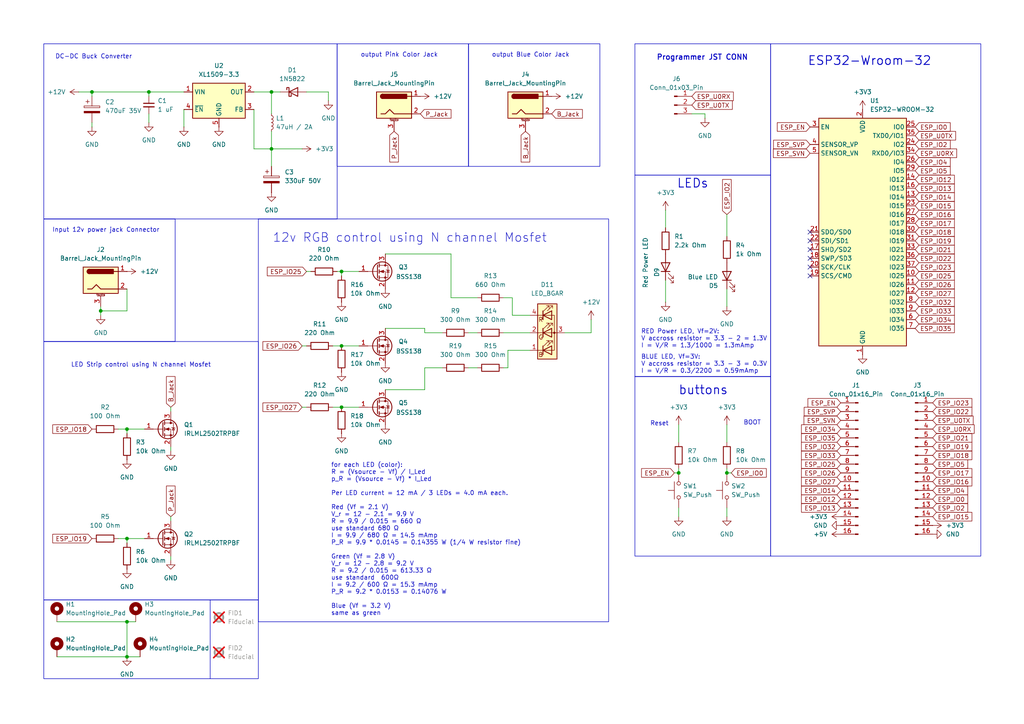
<source format=kicad_sch>
(kicad_sch (version 20250114) (generator "eeschema") (generator_version "9.0")
  (paper "A4")
  (title_block (title "Neon 1meter 12V") (date "2025-10-31") (rev "1_0"))
  (rectangle (start 12.7 12.7) (end 97.79 63.5))
  (rectangle (start 97.79 12.7) (end 135.89 48.26))
  (rectangle (start 12.7 99.06) (end 74.93 173.99))
  (rectangle (start 135.89 12.7) (end 173.99 48.26))
  (rectangle (start 12.7 63.5) (end 50.8 99.06))
  (rectangle (start 184.15 12.7) (end 223.52 50.8))
  (rectangle (start 184.15 109.22) (end 223.52 161.29))
  (rectangle (start 74.93 63.5) (end 176.53 180.34))
  (rectangle (start 184.15 50.8) (end 223.52 109.22))
  (rectangle (start 12.7 173.99) (end 74.93 196.85))
  (rectangle (start 223.52 12.7) (end 284.48 161.29))
  (text "ESP32-Wroom-32\n" (at 252.222 17.78 0) (effects (font (size 2.54 2.54) (thickness 0.254) (bold yes))))
  (text "LED Strip control using N channel Mosfet" (at 40.894 105.918 0) (effects (font (size 1.27 1.27))))
  (text "DC-DC Buck Converter" (at 27.178 16.51 0) (effects (font (size 1.27 1.27))))
  (text "buttons" (at 203.962 113.284 0) (effects (font (size 2.54 2.54) (thickness 0.254) (bold yes))))
  (text "output Pink Color Jack" (at 115.824 16.002 0) (effects (font (size 1.27 1.27))))
  (text "RED Power LED, Vf=2V:\nV accross resistor = 3.3 - 2 = 1.3V\nI = V/R = 1.3/1000 = 1.3mAmp" (at 185.928 98.298 0) (effects (font (size 1.27 1.27)) (justify left)))
  (text "Input 12v power jack Connector\n" (at 30.734 66.802 0) (effects (font (size 1.27 1.27))))
  (text "for each LED (color):\nR = (Vsource - Vf) / I_Led\np_R = (Vsource - Vf) * I_Led\n\nPer LED current = 12 mA / 3 LEDs = 4.0 mA each.\n\nRed (Vf = 2.1 V)\nV_r = 12 − 2.1 = 9.9 V\nR = 9.9 / 0.015 = 660 Ω \nuse standard 680 Ω\nI = 9.9 / 680 Ω = 14.5 mAmp\nP_R = 9.9 * 0.0145 = 0.14355 W (1/4 W resistor fine)\n\nGreen (Vf = 2.8 V)\nV_r = 12 − 2.8 = 9.2 V\nR = 9.2 / 0.015 = 613.33 Ω \nuse standard  600Ω\nI = 9.2 / 600 Ω = 15.3 mAmp\nP_R = 9.2 * 0.0153 = 0.14076 W\n\nBlue (Vf = 3.2 V)\nsame as green " (at 96.012 156.464 0) (effects (font (size 1.27 1.27)) (justify left)))
  (text "12v RGB control using N channel Mosfet" (at 118.872 69.088 0) (effects (font (size 2.54 2.54))))
  (text "Reset\n" (at 191.262 122.936 0) (effects (font (size 1.27 1.27))))
  (text "BLUE LED, Vf=3V:\nV accross resistor = 3.3 - 3 = 0.3V\nI = V/R = 0.3/2200 = 0.59mAmp" (at 185.928 105.664 0) (effects (font (size 1.27 1.27)) (justify left)))
  (text "LEDs" (at 200.914 53.34 0) (effects (font (size 2.54 2.54) (thickness 0.254) (bold yes))))
  (text "BOOT\n" (at 218.186 122.682 0) (effects (font (size 1.27 1.27))))
  (text "output Blue Color Jack" (at 153.924 16.002 0) (effects (font (size 1.27 1.27))))
  (text "Programmer JST CONN" (at 203.708 16.764 0) (effects (font (size 1.524 1.524) (thickness 0.254) (bold yes))))
  (text_box "SMD Componens:\n1) minimum SMD size are 1206 package\n2) all SMD components must be hand soldered footprint for easy assmebly" (at -58.42 20.32 0) (size 52.07 35.56) (margins 0.9525 0.9525 0.9525 0.9525) (effects (font (size 1.27 1.27)) (justify left top)))
  (junction (at 36.83 190.5))
  (junction (at 99.06 118.11))
  (junction (at 99.06 78.74))
  (junction (at 36.83 124.46))
  (junction (at 36.83 180.34))
  (junction (at 29.21 90.17))
  (junction (at 78.74 43.18))
  (junction (at 43.18 26.67))
  (junction (at 26.67 26.67))
  (junction (at 78.74 26.67))
  (junction (at 36.83 156.21))
  (junction (at 99.06 100.33))
  (junction (at 210.82 137.16))
  (junction (at 196.85 137.16))
  (no_connect (at 234.95 74.93))
  (no_connect (at 234.95 69.85))
  (no_connect (at 234.95 77.47))
  (no_connect (at 234.95 80.01))
  (no_connect (at 234.95 67.31))
  (no_connect (at 234.95 72.39))
  (wire (pts (xy 78.74 43.18) (xy 73.66 43.18)))
  (wire (pts (xy 130.81 86.36) (xy 138.43 86.36)))
  (wire (pts (xy 49.53 161.29) (xy 49.53 162.56)))
  (wire (pts (xy 36.83 190.5) (xy 40.64 190.5)))
  (wire (pts (xy 87.63 43.18) (xy 78.74 43.18)))
  (wire (pts (xy 210.82 137.16) (xy 212.09 137.16)))
  (wire (pts (xy 36.83 124.46) (xy 41.91 124.46)))
  (wire (pts (xy 146.05 106.68) (xy 147.32 106.68)))
  (wire (pts (xy 123.19 106.68) (xy 128.27 106.68)))
  (wire (pts (xy 87.63 118.11) (xy 88.9 118.11)))
  (wire (pts (xy 104.14 118.11) (xy 99.06 118.11)))
  (wire (pts (xy 196.85 147.32) (xy 196.85 149.86)))
  (wire (pts (xy 210.82 62.23) (xy 210.82 68.58)))
  (wire (pts (xy 36.83 180.34) (xy 39.37 180.34)))
  (wire (pts (xy 36.83 156.21) (xy 41.91 156.21)))
  (wire (pts (xy 138.43 96.52) (xy 135.89 96.52)))
  (wire (pts (xy 104.14 100.33) (xy 99.06 100.33)))
  (wire (pts (xy 78.74 26.67) (xy 78.74 33.02)))
  (wire (pts (xy 196.85 135.89) (xy 196.85 137.16)))
  (wire (pts (xy 78.74 43.18) (xy 78.74 38.1)))
  (wire (pts (xy 148.59 86.36) (xy 148.59 91.44)))
  (wire (pts (xy 16.51 180.34) (xy 36.83 180.34)))
  (wire (pts (xy 90.17 78.74) (xy 88.9 78.74)))
  (wire (pts (xy 73.66 43.18) (xy 73.66 31.75)))
  (wire (pts (xy 123.19 95.25) (xy 111.76 95.25)))
  (wire (pts (xy 26.67 35.56) (xy 26.67 36.83)))
  (wire (pts (xy 210.82 123.19) (xy 210.82 128.27)))
  (wire (pts (xy 196.85 137.16) (xy 195.58 137.16)))
  (wire (pts (xy 204.47 33.02) (xy 204.47 34.29)))
  (wire (pts (xy 200.66 33.02) (xy 204.47 33.02)))
  (wire (pts (xy 36.83 90.17) (xy 29.21 90.17)))
  (wire (pts (xy 29.21 90.17) (xy 29.21 91.44)))
  (wire (pts (xy 73.66 26.67) (xy 78.74 26.67)))
  (wire (pts (xy 53.34 31.75) (xy 53.34 36.83)))
  (wire (pts (xy 36.83 125.73) (xy 36.83 124.46)))
  (wire (pts (xy 147.32 101.6) (xy 153.67 101.6)))
  (wire (pts (xy 171.45 96.52) (xy 163.83 96.52)))
  (wire (pts (xy 99.06 118.11) (xy 96.52 118.11)))
  (wire (pts (xy 210.82 147.32) (xy 210.82 149.86)))
  (wire (pts (xy 123.19 113.03) (xy 123.19 106.68)))
  (wire (pts (xy 123.19 96.52) (xy 123.19 95.25)))
  (wire (pts (xy 36.83 83.82) (xy 36.83 90.17)))
  (wire (pts (xy 111.76 73.66) (xy 130.81 73.66)))
  (wire (pts (xy 36.83 180.34) (xy 36.83 190.5)))
  (wire (pts (xy 49.53 118.11) (xy 49.53 119.38)))
  (wire (pts (xy 97.79 78.74) (xy 99.06 78.74)))
  (wire (pts (xy 146.05 86.36) (xy 148.59 86.36)))
  (wire (pts (xy 128.27 96.52) (xy 123.19 96.52)))
  (polyline (pts (xy 60.96 173.99) (xy 60.96 196.85)))
  (wire (pts (xy 148.59 91.44) (xy 153.67 91.44)))
  (wire (pts (xy 43.18 33.02) (xy 43.18 35.56)))
  (wire (pts (xy 87.63 100.33) (xy 88.9 100.33)))
  (wire (pts (xy 196.85 123.19) (xy 196.85 128.27)))
  (wire (pts (xy 34.29 124.46) (xy 36.83 124.46)))
  (wire (pts (xy 29.21 88.9) (xy 29.21 90.17)))
  (wire (pts (xy 95.25 26.67) (xy 95.25 29.21)))
  (wire (pts (xy 16.51 190.5) (xy 36.83 190.5)))
  (wire (pts (xy 53.34 26.67) (xy 43.18 26.67)))
  (wire (pts (xy 99.06 78.74) (xy 104.14 78.74)))
  (wire (pts (xy 147.32 106.68) (xy 147.32 101.6)))
  (wire (pts (xy 34.29 156.21) (xy 36.83 156.21)))
  (wire (pts (xy 26.67 26.67) (xy 43.18 26.67)))
  (wire (pts (xy 78.74 26.67) (xy 81.28 26.67)))
  (wire (pts (xy 49.53 149.86) (xy 49.53 151.13)))
  (wire (pts (xy 36.83 157.48) (xy 36.83 156.21)))
  (wire (pts (xy 123.19 113.03) (xy 111.76 113.03)))
  (wire (pts (xy 22.86 26.67) (xy 26.67 26.67)))
  (wire (pts (xy 43.18 26.67) (xy 43.18 27.94)))
  (wire (pts (xy 78.74 43.18) (xy 78.74 48.26)))
  (wire (pts (xy 146.05 96.52) (xy 153.67 96.52)))
  (wire (pts (xy 210.82 135.89) (xy 210.82 137.16)))
  (wire (pts (xy 171.45 92.71) (xy 171.45 96.52)))
  (wire (pts (xy 26.67 27.94) (xy 26.67 26.67)))
  (wire (pts (xy 135.89 106.68) (xy 138.43 106.68)))
  (wire (pts (xy 193.04 81.28) (xy 193.04 87.63)))
  (wire (pts (xy 88.9 26.67) (xy 95.25 26.67)))
  (wire (pts (xy 210.82 83.82) (xy 210.82 88.9)))
  (wire (pts (xy 130.81 73.66) (xy 130.81 86.36)))
  (wire (pts (xy 193.04 60.96) (xy 193.04 66.04)))
  (wire (pts (xy 49.53 129.54) (xy 49.53 130.81)))
  (wire (pts (xy 99.06 80.01) (xy 99.06 78.74)))
  (wire (pts (xy 99.06 100.33) (xy 96.52 100.33)))
  (global_label "ESP_U0RX" (shape input) (at 265.43 44.45 0) (property "Intersheetrefs" "${INTERSHEET_REFS}" (effects (hide yes))))
  (global_label "ESP_IO0" (shape input) (at 212.09 137.16 0) (property "Intersheetrefs" "${INTERSHEET_REFS}" (effects (hide yes))))
  (global_label "ESP_IO19" (shape input) (at 26.67 156.21 180) (property "Intersheetrefs" "${INTERSHEET_REFS}" (effects (hide yes))))
  (global_label "ESP_EN" (shape input) (at 195.58 137.16 180) (property "Intersheetrefs" "${INTERSHEET_REFS}" (effects (hide yes))))
  (global_label "B_Jack" (shape input) (at 49.53 118.11 90) (property "Intersheetrefs" "${INTERSHEET_REFS}" (effects (hide yes))))
  (global_label "ESP_IO4" (shape input) (at 270.51 142.24 0) (property "Intersheetrefs" "${INTERSHEET_REFS}" (effects (hide yes))))
  (global_label "ESP_IO23" (shape input) (at 265.43 77.47 0) (property "Intersheetrefs" "${INTERSHEET_REFS}" (effects (hide yes))))
  (global_label "ESP_U0TX" (shape input) (at 270.51 121.92 0) (property "Intersheetrefs" "${INTERSHEET_REFS}" (effects (hide yes))))
  (global_label "ESP_IO18" (shape input) (at 270.51 132.08 0) (property "Intersheetrefs" "${INTERSHEET_REFS}" (effects (hide yes))))
  (global_label "ESP_IO32" (shape input) (at 243.84 129.54 180) (property "Intersheetrefs" "${INTERSHEET_REFS}" (effects (hide yes))))
  (global_label "ESP_SVP" (shape input) (at 234.95 41.91 180) (property "Intersheetrefs" "${INTERSHEET_REFS}" (effects (hide yes))))
  (global_label "ESP_IO19" (shape input) (at 270.51 129.54 0) (property "Intersheetrefs" "${INTERSHEET_REFS}" (effects (hide yes))))
  (global_label "ESP_IO35" (shape input) (at 243.84 127 180) (property "Intersheetrefs" "${INTERSHEET_REFS}" (effects (hide yes))))
  (global_label "ESP_IO26" (shape input) (at 243.84 137.16 180) (property "Intersheetrefs" "${INTERSHEET_REFS}" (effects (hide yes))))
  (global_label "ESP_IO35" (shape input) (at 265.43 95.25 0) (property "Intersheetrefs" "${INTERSHEET_REFS}" (effects (hide yes))))
  (global_label "ESP_SVP" (shape input) (at 243.84 119.38 180) (property "Intersheetrefs" "${INTERSHEET_REFS}" (effects (hide yes))))
  (global_label "ESP_IO25" (shape input) (at 88.9 78.74 180) (property "Intersheetrefs" "${INTERSHEET_REFS}" (effects (hide yes))))
  (global_label "B_Jack" (shape input) (at 160.02 33.02 0) (property "Intersheetrefs" "${INTERSHEET_REFS}" (effects (hide yes))))
  (global_label "ESP_IO15" (shape input) (at 270.51 149.86 0) (property "Intersheetrefs" "${INTERSHEET_REFS}" (effects (hide yes))))
  (global_label "ESP_IO27" (shape input) (at 265.43 85.09 0) (property "Intersheetrefs" "${INTERSHEET_REFS}" (effects (hide yes))))
  (global_label "ESP_IO26" (shape input) (at 87.63 100.33 180) (property "Intersheetrefs" "${INTERSHEET_REFS}" (effects (hide yes))))
  (global_label "ESP_IO22" (shape input) (at 270.51 119.38 0) (property "Intersheetrefs" "${INTERSHEET_REFS}" (effects (hide yes))))
  (global_label "ESP_IO21" (shape input) (at 265.43 72.39 0) (property "Intersheetrefs" "${INTERSHEET_REFS}" (effects (hide yes))))
  (global_label "ESP_IO2" (shape input) (at 265.43 41.91 0) (property "Intersheetrefs" "${INTERSHEET_REFS}" (effects (hide yes))))
  (global_label "ESP_U0RX" (shape input) (at 270.51 124.46 0) (property "Intersheetrefs" "${INTERSHEET_REFS}" (effects (hide yes))))
  (global_label "ESP_IO15" (shape input) (at 265.43 59.69 0) (property "Intersheetrefs" "${INTERSHEET_REFS}" (effects (hide yes))))
  (global_label "ESP_EN" (shape input) (at 243.84 116.84 180) (property "Intersheetrefs" "${INTERSHEET_REFS}" (effects (hide yes))))
  (global_label "ESP_IO2" (shape input) (at 270.51 147.32 0) (property "Intersheetrefs" "${INTERSHEET_REFS}" (effects (hide yes))))
  (global_label "ESP_IO16" (shape input) (at 265.43 62.23 0) (property "Intersheetrefs" "${INTERSHEET_REFS}" (effects (hide yes))))
  (global_label "ESP_IO33" (shape input) (at 243.84 132.08 180) (property "Intersheetrefs" "${INTERSHEET_REFS}" (effects (hide yes))))
  (global_label "ESP_IO22" (shape input) (at 265.43 74.93 0) (property "Intersheetrefs" "${INTERSHEET_REFS}" (effects (hide yes))))
  (global_label "ESP_IO5" (shape input) (at 270.51 134.62 0) (property "Intersheetrefs" "${INTERSHEET_REFS}" (effects (hide yes))))
  (global_label "ESP_IO18" (shape input) (at 26.67 124.46 180) (property "Intersheetrefs" "${INTERSHEET_REFS}" (effects (hide yes))))
  (global_label "ESP_IO13" (shape input) (at 243.84 147.32 180) (property "Intersheetrefs" "${INTERSHEET_REFS}" (effects (hide yes))))
  (global_label "B_Jack" (shape input) (at 152.4 38.1 270) (property "Intersheetrefs" "${INTERSHEET_REFS}" (effects (hide yes))))
  (global_label "ESP_IO19" (shape input) (at 265.43 69.85 0) (property "Intersheetrefs" "${INTERSHEET_REFS}" (effects (hide yes))))
  (global_label "ESP_IO14" (shape input) (at 265.43 57.15 0) (property "Intersheetrefs" "${INTERSHEET_REFS}" (effects (hide yes))))
  (global_label "ESP_SVN" (shape input) (at 234.95 44.45 180) (property "Intersheetrefs" "${INTERSHEET_REFS}" (effects (hide yes))))
  (global_label "ESP_IO2" (shape input) (at 210.82 62.23 90) (property "Intersheetrefs" "${INTERSHEET_REFS}" (effects (hide yes))))
  (global_label "ESP_IO17" (shape input) (at 265.43 64.77 0) (property "Intersheetrefs" "${INTERSHEET_REFS}" (effects (hide yes))))
  (global_label "ESP_IO34" (shape input) (at 243.84 124.46 180) (property "Intersheetrefs" "${INTERSHEET_REFS}" (effects (hide yes))))
  (global_label "ESP_IO12" (shape input) (at 265.43 52.07 0) (property "Intersheetrefs" "${INTERSHEET_REFS}" (effects (hide yes))))
  (global_label "ESP_IO25" (shape input) (at 265.43 80.01 0) (property "Intersheetrefs" "${INTERSHEET_REFS}" (effects (hide yes))))
  (global_label "ESP_IO4" (shape input) (at 265.43 46.99 0) (property "Intersheetrefs" "${INTERSHEET_REFS}" (effects (hide yes))))
  (global_label "ESP_IO14" (shape input) (at 243.84 142.24 180) (property "Intersheetrefs" "${INTERSHEET_REFS}" (effects (hide yes))))
  (global_label "ESP_IO32" (shape input) (at 265.43 87.63 0) (property "Intersheetrefs" "${INTERSHEET_REFS}" (effects (hide yes))))
  (global_label "P_Jack" (shape input) (at 121.92 33.02 0) (property "Intersheetrefs" "${INTERSHEET_REFS}" (effects (hide yes))))
  (global_label "ESP_IO16" (shape input) (at 270.51 139.7 0) (property "Intersheetrefs" "${INTERSHEET_REFS}" (effects (hide yes))))
  (global_label "ESP_IO33" (shape input) (at 265.43 90.17 0) (property "Intersheetrefs" "${INTERSHEET_REFS}" (effects (hide yes))))
  (global_label "ESP_IO34" (shape input) (at 265.43 92.71 0) (property "Intersheetrefs" "${INTERSHEET_REFS}" (effects (hide yes))))
  (global_label "ESP_IO23" (shape input) (at 270.51 116.84 0) (property "Intersheetrefs" "${INTERSHEET_REFS}" (effects (hide yes))))
  (global_label "ESP_U0TX" (shape input) (at 200.66 30.48 0) (property "Intersheetrefs" "${INTERSHEET_REFS}" (effects (hide yes))))
  (global_label "ESP_IO5" (shape input) (at 265.43 49.53 0) (property "Intersheetrefs" "${INTERSHEET_REFS}" (effects (hide yes))))
  (global_label "ESP_IO0" (shape input) (at 270.51 144.78 0) (property "Intersheetrefs" "${INTERSHEET_REFS}" (effects (hide yes))))
  (global_label "ESP_U0RX" (shape input) (at 200.66 27.94 0) (property "Intersheetrefs" "${INTERSHEET_REFS}" (effects (hide yes))))
  (global_label "ESP_IO18" (shape input) (at 265.43 67.31 0) (property "Intersheetrefs" "${INTERSHEET_REFS}" (effects (hide yes))))
  (global_label "ESP_U0TX" (shape input) (at 265.43 39.37 0) (property "Intersheetrefs" "${INTERSHEET_REFS}" (effects (hide yes))))
  (global_label "ESP_IO0" (shape input) (at 265.43 36.83 0) (property "Intersheetrefs" "${INTERSHEET_REFS}" (effects (hide yes))))
  (global_label "ESP_IO26" (shape input) (at 265.43 82.55 0) (property "Intersheetrefs" "${INTERSHEET_REFS}" (effects (hide yes))))
  (global_label "ESP_IO27" (shape input) (at 243.84 139.7 180) (property "Intersheetrefs" "${INTERSHEET_REFS}" (effects (hide yes))))
  (global_label "ESP_EN" (shape input) (at 234.95 36.83 180) (property "Intersheetrefs" "${INTERSHEET_REFS}" (effects (hide yes))))
  (global_label "ESP_IO27" (shape input) (at 87.63 118.11 180) (property "Intersheetrefs" "${INTERSHEET_REFS}" (effects (hide yes))))
  (global_label "ESP_IO13" (shape input) (at 265.43 54.61 0) (property "Intersheetrefs" "${INTERSHEET_REFS}" (effects (hide yes))))
  (global_label "ESP_IO12" (shape input) (at 243.84 144.78 180) (property "Intersheetrefs" "${INTERSHEET_REFS}" (effects (hide yes))))
  (global_label "ESP_IO21" (shape input) (at 270.51 127 0) (property "Intersheetrefs" "${INTERSHEET_REFS}" (effects (hide yes))))
  (global_label "ESP_SVN" (shape input) (at 243.84 121.92 180) (property "Intersheetrefs" "${INTERSHEET_REFS}" (effects (hide yes))))
  (global_label "ESP_IO17" (shape input) (at 270.51 137.16 0) (property "Intersheetrefs" "${INTERSHEET_REFS}" (effects (hide yes))))
  (global_label "ESP_IO25" (shape input) (at 243.84 134.62 180) (property "Intersheetrefs" "${INTERSHEET_REFS}" (effects (hide yes))))
  (global_label "P_Jack" (shape input) (at 114.3 38.1 270) (property "Intersheetrefs" "${INTERSHEET_REFS}" (effects (hide yes))))
  (global_label "P_Jack" (shape input) (at 49.53 149.86 90) (property "Intersheetrefs" "${INTERSHEET_REFS}" (effects (hide yes))))
  (symbol (lib_id "Device:R") (at 30.48 156.21 270) (unit 1)
    (property "Reference" "R5" (at 30.48 149.86 90))
    (property "Value" "100 Ohm" (at 30.48 152.4 90))
    (property "Footprint" "Resistor_SMD:R_1206_3216Metric_Pad1.30x1.75mm_HandSolder" (effects (hide yes)))
    (property "Description" "Resistor" (effects (hide yes)))
    (property "link" "https://uge-one.com/product/smd-chip-resistor-size-1206-100r-ohm/" (effects (hide yes)))
  )
  (symbol (lib_id "Device:R") (at 142.24 86.36 270) (unit 1)
    (property "Reference" "R13" (at 142.24 80.01 90))
    (property "Value" "660 Ohm" (at 142.24 82.55 90))
    (property "Footprint" "Resistor_SMD:R_1206_3216Metric_Pad1.30x1.75mm_HandSolder" (effects (hide yes)))
    (property "Description" "Resistor" (effects (hide yes)))
    (property "link" "https://makerselectronics.com/product/chip-resistor-smd-680%cf%89-%c2%b11-250mw-1206/" (effects (hide yes)))
  )
  (symbol (lib_id "power:GND") (at 111.76 105.41 0) (unit 1)
    (property "Reference" "#PWR027" (effects (hide yes)))
    (property "Value" "GND" (at 111.76 110.49 0))
    (property "Description" "Power symbol creates a global label with name \"GND\" , ground" (effects (hide yes)))
  )
  (symbol (lib_id "power:GND") (at 36.83 165.1 0) (unit 1)
    (property "Reference" "#PWR010" (effects (hide yes)))
    (property "Value" "GND" (at 36.83 170.18 0))
    (property "Description" "Power symbol creates a global label with name \"GND\" , ground" (effects (hide yes)))
  )
  (symbol (lib_id "Mechanical:MountingHole_Pad") (at 39.37 177.8 0) (unit 1) (in_bom no)
    (property "Reference" "H3" (at 41.91 175.2599 0) (effects (justify left)))
    (property "Value" "MountingHole_Pad" (at 41.91 177.7999 0) (effects (justify left)))
    (property "Footprint" "MountingHole:MountingHole_3.2mm_M3_Pad_Via" (effects (hide yes)))
    (property "Description" "Mounting Hole with connection" (effects (hide yes)))
  )
  (symbol (lib_id "power:+12V") (at 121.92 27.94 270) (unit 1)
    (property "Reference" "#PWR024" (effects (hide yes)))
    (property "Value" "+12V" (at 125.73 27.9399 90) (effects (justify left)))
    (property "Description" "Power symbol creates a global label with name \"+12V\"" (effects (hide yes)))
  )
  (symbol (lib_id "Mechanical:MountingHole_Pad") (at 40.64 187.96 0) (unit 1) (in_bom no)
    (property "Reference" "H4" (at 43.18 185.4199 0) (effects (justify left)))
    (property "Value" "MountingHole_Pad" (at 43.18 187.9599 0) (effects (justify left)))
    (property "Footprint" "MountingHole:MountingHole_3.2mm_M3_Pad_Via" (effects (hide yes)))
    (property "Description" "Mounting Hole with connection" (effects (hide yes)))
  )
  (symbol (lib_id "Mechanical:MountingHole_Pad") (at 16.51 187.96 0) (unit 1) (in_bom no)
    (property "Reference" "H2" (at 19.05 185.4199 0) (effects (justify left)))
    (property "Value" "MountingHole_Pad" (at 19.05 187.9599 0) (effects (justify left)))
    (property "Footprint" "MountingHole:MountingHole_3.2mm_M3_Pad_Via" (effects (hide yes)))
    (property "Description" "Mounting Hole with connection" (effects (hide yes)))
  )
  (symbol (lib_id "power:GND") (at 111.76 83.82 0) (unit 1)
    (property "Reference" "#PWR026" (effects (hide yes)))
    (property "Value" "GND" (at 111.76 88.9 0))
    (property "Description" "Power symbol creates a global label with name \"GND\" , ground" (effects (hide yes)))
  )
  (symbol (lib_id "power:GND") (at 196.85 149.86 0) (unit 1)
    (property "Reference" "#PWR037" (effects (hide yes)))
    (property "Value" "GND" (at 196.85 154.94 0))
    (property "Description" "Power symbol creates a global label with name \"GND\" , ground" (effects (hide yes)))
  )
  (symbol (lib_id "Device:R") (at 92.71 118.11 270) (unit 1)
    (property "Reference" "R12" (at 92.71 111.76 90))
    (property "Value" "220 Ohm" (at 92.71 114.3 90))
    (property "Footprint" "Resistor_SMD:R_1206_3216Metric_Pad1.30x1.75mm_HandSolder" (effects (hide yes)))
    (property "Description" "Resistor" (effects (hide yes)))
    (property "link" "https://uge-one.com/product/smd-chip-resistor-size-1206-220r-ohm/?srsltid=AfmBOoqmkuXwKrfJ3VxJ5AIPn5xc8j2ZOYO0PqRCmSUCAxMBlBADOpRb" (effects (hide yes)))
  )
  (symbol (lib_id "power:GND") (at 204.47 34.29 0) (unit 1)
    (property "Reference" "#PWR011" (effects (hide yes)))
    (property "Value" "GND" (at 204.47 39.37 0))
    (property "Description" "Power symbol creates a global label with name \"GND\" , ground" (effects (hide yes)))
  )
  (symbol (lib_id "Device:L_Small") (at 78.74 35.56 0) (unit 1)
    (property "Reference" "L1" (at 80.01 34.2899 0) (effects (justify left)))
    (property "Value" "47uH / 2A" (at 80.01 36.8299 0) (effects (justify left)))
    (property "Footprint" "CD43_Inductor:CD43" (effects (hide yes)))
    (property "Description" "Inductor, small symbol" (effects (hide yes)))
    (property "link" "https://uge-one.com/product/smd-power-inductor-470uh-4-5x4x3-2mm-cd43/" (effects (hide yes)))
  )
  (symbol (lib_id "Device:R") (at 99.06 83.82 0) (unit 1)
    (property "Reference" "R16" (at 101.6 82.5499 0) (effects (justify left)))
    (property "Value" "10k Ohm" (at 101.6 85.0899 0) (effects (justify left)))
    (property "Footprint" "Resistor_SMD:R_0805_2012Metric_Pad1.20x1.40mm_HandSolder" (effects (hide yes)))
    (property "Description" "Resistor" (effects (hide yes)))
    (property "link" "https://uge-one.com/product/0805-smd-chip-resistor-10k/?srsltid=AfmBOorGllG0mYHf8TnX2S13KIvxT3n0IIoJoriv-BR9zB-dGtGjm2Vg" (effects (hide yes)))
  )
  (symbol (lib_id "power:GND") (at 78.74 55.88 0) (unit 1)
    (property "Reference" "#PWR05" (effects (hide yes)))
    (property "Value" "GND" (at 78.74 60.96 0))
    (property "Description" "Power symbol creates a global label with name \"GND\" , ground" (effects (hide yes)))
  )
  (symbol (lib_id "Device:D_Schottky") (at 85.09 26.67 0) (unit 1)
    (property "Reference" "D1" (at 84.7725 20.32 0))
    (property "Value" "1N5822" (at 84.7725 22.86 0))
    (property "Footprint" "Diode_SMD:D_SMA" (effects (hide yes)))
    (property "Description" "Schottky diode" (effects (hide yes)))
    (property "link" "https://uge-one.com/product/smd-schottky-diode-3a-40v-1n5822-ss34-sma/" (effects (hide yes)))
  )
  (symbol (lib_id "power:GND") (at 43.18 35.56 0) (unit 1)
    (property "Reference" "#PWR02" (effects (hide yes)))
    (property "Value" "GND" (at 43.18 40.64 0))
    (property "Description" "Power symbol creates a global label with name \"GND\" , ground" (effects (hide yes)))
  )
  (symbol (lib_id "Connector:Conn_01x03_Pin") (at 195.58 30.48 0) (unit 1)
    (property "Reference" "J6" (at 196.215 22.86 0))
    (property "Value" "Conn_01x03_Pin" (at 196.215 25.4 0))
    (property "Footprint" "Connector_PinHeader_2.54mm:PinHeader_1x03_P2.54mm_Horizontal" (effects (hide yes)))
    (property "Description" "Generic connector, single row, 01x03, script generated" (effects (hide yes)))
    (property "link" "https://microohm-eg.com/product/jst-3-pin-90-degree-male-connector/" (effects (hide yes)))
  )
  (symbol (lib_id "power:+12V") (at 171.45 92.71 0) (unit 1)
    (property "Reference" "#PWR025" (effects (hide yes)))
    (property "Value" "+12V" (at 171.45 87.63 0))
    (property "Description" "Power symbol creates a global label with name \"+12V\"" (effects (hide yes)))
  )
  (symbol (lib_id "power:+3V3") (at 210.82 123.19 0) (unit 1)
    (property "Reference" "#PWR038" (effects (hide yes)))
    (property "Value" "+3V3" (at 210.82 118.11 0))
    (property "Description" "Power symbol creates a global label with name \"+3V3\"" (effects (hide yes)))
  )
  (symbol (lib_id "power:GND") (at 99.06 125.73 0) (unit 1)
    (property "Reference" "#PWR031" (effects (hide yes)))
    (property "Value" "GND" (at 99.06 130.81 0))
    (property "Description" "Power symbol creates a global label with name \"GND\" , ground" (effects (hide yes)))
  )
  (symbol (lib_id "Device:C_Small") (at 43.18 30.48 0) (unit 1)
    (property "Reference" "C1" (at 45.72 29.2162 0) (effects (justify left)))
    (property "Value" "1 uF" (at 45.72 31.7562 0) (effects (justify left)))
    (property "Footprint" "Capacitor_SMD:C_1206_3216Metric" (effects (hide yes)))
    (property "Description" "Unpolarized capacitor, small symbol" (effects (hide yes)))
    (property "link" "https://uge-one.com/product/smd-chip-capacitor-size-1206-1uf/" (effects (hide yes)))
  )
  (symbol (lib_id "Transistor_FET:BSS138") (at 46.99 124.46 0) (unit 1)
    (property "Reference" "Q1" (at 53.34 123.1899 0) (effects (justify left)))
    (property "Value" "IRLML2502TRPBF" (at 53.34 125.7299 0) (effects (justify left)))
    (property "Footprint" "Package_TO_SOT_SMD:SOT-23" (effects (hide yes)))
    (property "Datasheet" "https://www.infineon.com/assets/row/public/documents/24/49/infineon-irlml2502-datasheet-en.pdf" (effects (hide yes)))
    (property "Description" "20V Vds, 4.2A Id, N-Channel MOSFET, SOT-23" (effects (hide yes)))
    (property "link" "https://uge-one.com/product/smd-irlml2502trpbf-sot-23-mosfet/?srsltid=AfmBOoqixCZKi2_Rw_QPyVd6y4KRdvrHyCsGijRPH4lNedpiwvgNOyGw" (effects (hide yes)))
  )
  (symbol (lib_id "power:GND") (at 193.04 87.63 0) (unit 1)
    (property "Reference" "#PWR018" (effects (hide yes)))
    (property "Value" "GND" (at 193.04 92.71 0))
    (property "Description" "Power symbol creates a global label with name \"GND\" , ground" (effects (hide yes)))
  )
  (symbol (lib_id "Mechanical:MountingHole_Pad") (at 16.51 177.8 0) (unit 1) (in_bom no)
    (property "Reference" "H1" (at 19.05 175.2599 0) (effects (justify left)))
    (property "Value" "MountingHole_Pad" (at 19.05 177.7999 0) (effects (justify left)))
    (property "Footprint" "MountingHole:MountingHole_3.2mm_M3_Pad_Via" (effects (hide yes)))
    (property "Description" "Mounting Hole with connection" (effects (hide yes)))
  )
  (symbol (lib_id "Device:R") (at 92.71 100.33 270) (unit 1)
    (property "Reference" "R11" (at 92.71 93.98 90))
    (property "Value" "220 Ohm" (at 92.71 96.52 90))
    (property "Footprint" "Resistor_SMD:R_1206_3216Metric_Pad1.30x1.75mm_HandSolder" (effects (hide yes)))
    (property "Description" "Resistor" (effects (hide yes)))
    (property "link" "https://uge-one.com/product/smd-chip-resistor-size-1206-220r-ohm/?srsltid=AfmBOoqmkuXwKrfJ3VxJ5AIPn5xc8j2ZOYO0PqRCmSUCAxMBlBADOpRb" (effects (hide yes)))
  )
  (symbol (lib_id "Device:R") (at 99.06 121.92 0) (unit 1)
    (property "Reference" "R18" (at 101.6 120.6499 0) (effects (justify left)))
    (property "Value" "10k Ohm" (at 101.6 123.1899 0) (effects (justify left)))
    (property "Footprint" "Resistor_SMD:R_0805_2012Metric_Pad1.20x1.40mm_HandSolder" (effects (hide yes)))
    (property "Description" "Resistor" (effects (hide yes)))
    (property "link" "https://uge-one.com/product/0805-smd-chip-resistor-10k/?srsltid=AfmBOorGllG0mYHf8TnX2S13KIvxT3n0IIoJoriv-BR9zB-dGtGjm2Vg" (effects (hide yes)))
  )
  (symbol (lib_id "power:GND") (at 53.34 36.83 0) (unit 1)
    (property "Reference" "#PWR06" (effects (hide yes)))
    (property "Value" "GND" (at 53.34 41.91 0))
    (property "Description" "Power symbol creates a global label with name \"GND\" , ground" (effects (hide yes)))
  )
  (symbol (lib_id "Device:R") (at 132.08 106.68 270) (unit 1)
    (property "Reference" "R19" (at 132.08 100.33 90))
    (property "Value" "300 Ohm" (at 132.08 102.87 90))
    (property "Footprint" "Resistor_SMD:R_1206_3216Metric_Pad1.30x1.75mm_HandSolder" (effects (hide yes)))
    (property "Description" "Resistor" (effects (hide yes)))
    (property "link" "https://uge-one.com/product/smd-chip-resistor-size-1206-300r-ohm/" (effects (hide yes)))
  )
  (symbol (lib_name "Barrel_Jack_MountingPin_2") (lib_id "Connector:Barrel_Jack_MountingPin") (at 114.3 30.48 0) (unit 1)
    (property "Reference" "J5" (at 114.3 21.59 0))
    (property "Value" "Barrel_Jack_MountingPin" (at 114.3 24.13 0))
    (property "Footprint" "Connector_BarrelJack:BarrelJack_Horizontal" (effects (hide yes)))
    (property "Description" "DC Barrel Jack with a mounting pin" (effects (hide yes)))
    (property "link" "https://makerselectronics.com/product/dc-power-jack-female-socket-connector-5-5mmx2-1mm/?srsltid=AfmBOooy7mhTTlq198rTgOOBjODubOeCUUqsiDf1LlSihz3m7IWy6fh7" (effects (hide yes)))
  )
  (symbol (lib_id "Connector:Barrel_Jack_MountingPin") (at 29.21 81.28 0) (unit 1)
    (property "Reference" "J2" (at 29.21 72.39 0))
    (property "Value" "Barrel_Jack_MountingPin" (at 29.21 74.93 0))
    (property "Footprint" "Connector_BarrelJack:BarrelJack_Horizontal" (effects (hide yes)))
    (property "Description" "DC Barrel Jack with a mounting pin" (effects (hide yes)))
    (property "link" "https://makerselectronics.com/product/dc-power-jack-female-socket-connector-5-5mmx2-1mm/?srsltid=AfmBOooy7mhTTlq198rTgOOBjODubOeCUUqsiDf1LlSihz3m7IWy6fh7" (effects (hide yes)))
  )
  (symbol (lib_id "power:+3V3") (at 196.85 123.19 0) (unit 1)
    (property "Reference" "#PWR036" (effects (hide yes)))
    (property "Value" "+3V3" (at 196.85 118.11 0))
    (property "Description" "Power symbol creates a global label with name \"+3V3\"" (effects (hide yes)))
  )
  (symbol (lib_id "RF_Module:ESP32-WROOM-32") (at 250.19 67.31 0) (unit 1)
    (property "Reference" "U1" (at 252.3333 29.21 0) (effects (justify left)))
    (property "Value" "ESP32-WROOM-32" (at 252.3333 31.75 0) (effects (justify left)))
    (property "Footprint" "RF_Module:ESP32-WROOM-32" (effects (hide yes)))
    (property "Datasheet" "https://www.espressif.com/sites/default/files/documentation/esp32-wroom-32_datasheet_en.pdf" (effects (hide yes)))
    (property "Description" "RF Module, ESP32-D0WDQ6 SoC, Wi-Fi 802.11b/g/n, Bluetooth, BLE, 32-bit, 2.7-3.6V, onboard antenna, SMD" (effects (hide yes)))
    (property "link" "https://uge-one.com/product/espressif-esp32-wroom-32-dual-core-wi-fi-bluetooth-iot-module/" (effects (hide yes)))
  )
  (symbol (lib_id "power:GND") (at 99.06 107.95 0) (unit 1)
    (property "Reference" "#PWR030" (effects (hide yes)))
    (property "Value" "GND" (at 99.06 113.03 0))
    (property "Description" "Power symbol creates a global label with name \"GND\" , ground" (effects (hide yes)))
  )
  (symbol (lib_id "Device:R") (at 210.82 132.08 180) (unit 1)
    (property "Reference" "R8" (at 213.36 130.8099 0) (effects (justify right)))
    (property "Value" "10k Ohm" (at 213.36 133.3499 0) (effects (justify right)))
    (property "Footprint" "Resistor_SMD:R_0805_2012Metric_Pad1.20x1.40mm_HandSolder" (effects (hide yes)))
    (property "Description" "Resistor" (effects (hide yes)))
    (property "link" "https://uge-one.com/product/0805-smd-chip-resistor-10k/?srsltid=AfmBOorGllG0mYHf8TnX2S13KIvxT3n0IIoJoriv-BR9zB-dGtGjm2Vg" (effects (hide yes)))
  )
  (symbol (lib_id "Device:R") (at 196.85 132.08 180) (unit 1)
    (property "Reference" "R7" (at 199.39 130.8099 0) (effects (justify right)))
    (property "Value" "10k Ohm" (at 199.39 133.3499 0) (effects (justify right)))
    (property "Footprint" "Resistor_SMD:R_0805_2012Metric_Pad1.20x1.40mm_HandSolder" (effects (hide yes)))
    (property "Description" "Resistor" (effects (hide yes)))
    (property "link" "https://uge-one.com/product/0805-smd-chip-resistor-10k/?srsltid=AfmBOorGllG0mYHf8TnX2S13KIvxT3n0IIoJoriv-BR9zB-dGtGjm2Vg" (effects (hide yes)))
  )
  (symbol (lib_id "Transistor_FET:BSS138") (at 109.22 118.11 0) (unit 1)
    (property "Reference" "Q5" (at 115.57 116.8399 0) (effects (justify left)))
    (property "Value" "BSS138" (at 114.808 119.634 0) (effects (justify left)))
    (property "Footprint" "Package_TO_SOT_SMD:SOT-23" (effects (hide yes)))
    (property "Datasheet" "https://www.onsemi.com/pub/Collateral/BSS138-D.PDF" (effects (hide yes)))
    (property "Description" "50V Vds, 0.22A Id, N-Channel MOSFET, SOT-23" (effects (hide yes)))
    (property "link" "https://makerselectronics.com/product/smd-mosfet-transistor-bss138-j1-50v-220ma-3-5%CF%8910v220ma-360mw-n-channel-sot-23/?srsltid=AfmBOorKPkIxsAwv-3Onwyym6kfiJ7AE8Pv9g0Pld8GAUTAgILHxbmr_" (effects (hide yes)))
  )
  (symbol (lib_id "Device:C_Polarized") (at 78.74 52.07 0) (unit 1)
    (property "Reference" "C3" (at 82.55 49.9109 0) (effects (justify left)))
    (property "Value" "330uF 50V" (at 82.55 52.4509 0) (effects (justify left)))
    (property "Footprint" "Capacitor_SMD:CP_Elec_10x10.5" (effects (hide yes)))
    (property "Description" "Polarized capacitor" (effects (hide yes)))
    (property "link" "https://uge-one.com/product/smd-aluminum-electrolytic-capacitor-330uf-50v-1010-5-mm/" (effects (hide yes)))
  )
  (symbol (lib_id "Regulator_Switching:XL1509-3.3") (at 63.5 29.21 0) (unit 1)
    (property "Reference" "U2" (at 63.5 19.05 0))
    (property "Value" "XL1509-3.3" (at 63.5 21.59 0))
    (property "Footprint" "Package_SO:SOIC-8_3.9x4.9mm_P1.27mm" (effects (hide yes)))
    (property "Datasheet" "https://www.umw-ic.com/static/pdf/6d0de0df0601125485b32f8b2d74275d.pdf" (effects (hide yes)))
    (property "Description" "Buck DC/DC Converter, 2A, 3.3V Output Voltage, 4.5-40V Input Voltage" (effects (hide yes)))
    (property "link" "https://uge-one.com/product/xl1509-3-3e1-2a-150khz-buck-dc-dc-step-down-converter-regulator-ic-smd/?srsltid=AfmBOoo-d0v4w8P7LjpvPGnwJM-lnyFaeHPU-1Q8rCWLEaeI_F_a5hk3" (effects (hide yes)))
  )
  (symbol (lib_id "Mechanical:Fiducial") (at 63.5 189.23 0) (unit 1) (in_bom no) (on_board no) (dnp yes)
    (property "Reference" "FID2" (at 66.04 187.9599 0) (effects (justify left)))
    (property "Value" "Fiducial" (at 66.04 190.4999 0) (effects (justify left)))
    (property "Footprint" "Fiducial:Fiducial_0.5mm_Mask1.5mm" (effects (hide yes)))
    (property "Description" "Fiducial Marker" (effects (hide yes)))
  )
  (symbol (lib_id "Switch:SW_Push") (at 196.85 142.24 90) (unit 1)
    (property "Reference" "SW1" (at 198.12 140.9699 90) (effects (justify right)))
    (property "Value" "SW_Push" (at 198.12 143.5099 90) (effects (justify right)))
    (property "Footprint" "TS_button_3_4_2:TS_button_3_4_2" (effects (hide yes)))
    (property "Datasheet" "https://uge-one.com/product/smd-micro-push-button-switch-2p-3x4x2mm/" (effects (hide yes)))
    (property "Description" "Push button switch, generic, two pins" (effects (hide yes)))
    (property "link" "https://uge-one.com/product/smd-micro-push-button-switch-2p-3x4x2mm/" (effects (hide yes)))
  )
  (symbol (lib_id "Mechanical:Fiducial") (at 63.5 179.07 0) (unit 1) (in_bom no) (on_board no) (dnp yes)
    (property "Reference" "FID1" (at 66.04 177.7999 0) (effects (justify left)))
    (property "Value" "Fiducial" (at 66.04 180.3399 0) (effects (justify left)))
    (property "Footprint" "Fiducial:Fiducial_0.5mm_Mask1.5mm" (effects (hide yes)))
    (property "Description" "Fiducial Marker" (effects (hide yes)))
  )
  (symbol (lib_id "power:GND") (at 63.5 36.83 0) (unit 1)
    (property "Reference" "#PWR01" (effects (hide yes)))
    (property "Value" "GND" (at 63.5 41.91 0))
    (property "Description" "Power symbol creates a global label with name \"GND\" , ground" (effects (hide yes)))
  )
  (symbol (lib_id "Device:R") (at 30.48 124.46 270) (unit 1)
    (property "Reference" "R2" (at 30.48 118.11 90))
    (property "Value" "100 Ohm" (at 30.48 120.65 90))
    (property "Footprint" "Resistor_SMD:R_1206_3216Metric_Pad1.30x1.75mm_HandSolder" (effects (hide yes)))
    (property "Description" "Resistor" (effects (hide yes)))
    (property "link" "https://uge-one.com/product/smd-chip-resistor-size-1206-100r-ohm/" (effects (hide yes)))
  )
  (symbol (lib_id "power:GND") (at 49.53 162.56 0) (unit 1)
    (property "Reference" "#PWR016" (effects (hide yes)))
    (property "Value" "GND" (at 49.53 167.64 0))
    (property "Description" "Power symbol creates a global label with name \"GND\" , ground" (effects (hide yes)))
  )
  (symbol (lib_id "power:GND") (at 95.25 29.21 0) (unit 1)
    (property "Reference" "#PWR04" (effects (hide yes)))
    (property "Value" "GND" (at 95.25 34.29 0))
    (property "Description" "Power symbol creates a global label with name \"GND\" , ground" (effects (hide yes)))
  )
  (symbol (lib_id "Device:R") (at 93.98 78.74 270) (unit 1)
    (property "Reference" "R10" (at 93.98 72.39 90))
    (property "Value" "220 Ohm" (at 93.98 74.93 90))
    (property "Footprint" "Resistor_SMD:R_1206_3216Metric_Pad1.30x1.75mm_HandSolder" (effects (hide yes)))
    (property "Description" "Resistor" (effects (hide yes)))
    (property "link" "https://uge-one.com/product/smd-chip-resistor-size-1206-220r-ohm/?srsltid=AfmBOoqmkuXwKrfJ3VxJ5AIPn5xc8j2ZOYO0PqRCmSUCAxMBlBADOpRb" (effects (hide yes)))
  )
  (symbol (lib_id "Device:R") (at 36.83 129.54 0) (unit 1)
    (property "Reference" "R3" (at 39.37 128.2699 0) (effects (justify left)))
    (property "Value" "10k Ohm" (at 39.37 130.8099 0) (effects (justify left)))
    (property "Footprint" "Resistor_SMD:R_0805_2012Metric_Pad1.20x1.40mm_HandSolder" (effects (hide yes)))
    (property "Description" "Resistor" (effects (hide yes)))
    (property "link" "https://uge-one.com/product/0805-smd-chip-resistor-10k/?srsltid=AfmBOorGllG0mYHf8TnX2S13KIvxT3n0IIoJoriv-BR9zB-dGtGjm2Vg" (effects (hide yes)))
  )
  (symbol (lib_id "Device:C_Polarized") (at 26.67 31.75 0) (unit 1)
    (property "Reference" "C2" (at 30.48 29.5909 0) (effects (justify left)))
    (property "Value" "470uF 35V" (at 30.48 32.1309 0) (effects (justify left)))
    (property "Footprint" "Capacitor_THT:CP_Radial_D10.0mm_P5.00mm" (effects (hide yes)))
    (property "Description" "Polarized capacitor" (effects (hide yes)))
    (property "link" "https://makerselectronics.com/product/capacitor-470uf-35v-1016mm/?srsltid=AfmBOor09AGOe6uRfUPUSJ8gQ4mHe95vw-zHcd40OwpcpkuWNsINe4Bm" (effects (hide yes)))
  )
  (symbol (lib_id "Device:R") (at 132.08 96.52 270) (unit 1)
    (property "Reference" "R9" (at 132.08 90.17 90))
    (property "Value" "300 Ohm" (at 132.08 92.71 90))
    (property "Footprint" "Resistor_SMD:R_1206_3216Metric_Pad1.30x1.75mm_HandSolder" (effects (hide yes)))
    (property "Description" "Resistor" (effects (hide yes)))
    (property "link" "https://uge-one.com/product/smd-chip-resistor-size-1206-300r-ohm/" (effects (hide yes)))
  )
  (symbol (lib_id "power:+3V3") (at 250.19 31.75 0) (unit 1)
    (property "Reference" "#PWR023" (effects (hide yes)))
    (property "Value" "+3V3" (at 250.19 26.67 0))
    (property "Description" "Power symbol creates a global label with name \"+3V3\"" (effects (hide yes)))
  )
  (symbol (lib_id "power:+5V") (at 243.84 154.94 90) (unit 1)
    (property "Reference" "#PWR019" (effects (hide yes)))
    (property "Value" "+5V" (at 240.03 154.9399 90) (effects (justify left)))
    (property "Description" "Power symbol creates a global label with name \"+5V\"" (effects (hide yes)))
  )
  (symbol (lib_id "Device:R") (at 36.83 161.29 0) (unit 1)
    (property "Reference" "R6" (at 39.37 160.0199 0) (effects (justify left)))
    (property "Value" "10k Ohm" (at 39.37 162.5599 0) (effects (justify left)))
    (property "Footprint" "Resistor_SMD:R_0805_2012Metric_Pad1.20x1.40mm_HandSolder" (effects (hide yes)))
    (property "Description" "Resistor" (effects (hide yes)))
    (property "link" "https://uge-one.com/product/0805-smd-chip-resistor-10k/?srsltid=AfmBOorGllG0mYHf8TnX2S13KIvxT3n0IIoJoriv-BR9zB-dGtGjm2Vg" (effects (hide yes)))
  )
  (symbol (lib_id "Connector:Conn_01x16_Pin") (at 265.43 134.62 0) (unit 1)
    (property "Reference" "J3" (at 266.065 111.76 0))
    (property "Value" "Conn_01x16_Pin" (at 266.065 114.3 0))
    (property "Footprint" "Connector_PinHeader_2.54mm:PinHeader_1x16_P2.54mm_Vertical" (effects (hide yes)))
    (property "Datasheet" "https://uge-one.com/product/pin-header-female-1x16-straight-connector-2-54mm-pitch-blue/?srsltid=AfmBOoow7MnGPupESH2Bn80hXHz93AXS_C1RnlKSbnqCmVDw4ILT8D4U" (effects (hide yes)))
    (property "Description" "Generic connector, single row, 01x16, script generated" (effects (hide yes)))
    (property "link" "https://uge-one.com/product/pin-header-female-1x16-straight-connector-2-54mm-pitch-blue/?srsltid=AfmBOoow7MnGPupESH2Bn80hXHz93AXS_C1RnlKSbnqCmVDw4ILT8D4U" (effects (hide yes)))
  )
  (symbol (lib_id "power:GND") (at 210.82 88.9 0) (unit 1)
    (property "Reference" "#PWR0101" (effects (hide yes)))
    (property "Value" "GND" (at 210.82 93.98 0))
    (property "Description" "Power symbol creates a global label with name \"GND\" , ground" (effects (hide yes)))
  )
  (symbol (lib_id "power:GND") (at 49.53 130.81 0) (unit 1)
    (property "Reference" "#PWR015" (effects (hide yes)))
    (property "Value" "GND" (at 49.53 135.89 0))
    (property "Description" "Power symbol creates a global label with name \"GND\" , ground" (effects (hide yes)))
  )
  (symbol (lib_id "power:+3V3") (at 193.04 60.96 0) (unit 1)
    (property "Reference" "#PWR08" (effects (hide yes)))
    (property "Value" "+3V3" (at 193.04 55.88 0))
    (property "Description" "Power symbol creates a global label with name \"+3V3\"" (effects (hide yes)))
  )
  (symbol (lib_id "Device:R") (at 142.24 96.52 270) (unit 1)
    (property "Reference" "R14" (at 142.24 90.17 90))
    (property "Value" "300 Ohm" (at 142.24 92.71 90))
    (property "Footprint" "Resistor_SMD:R_1206_3216Metric_Pad1.30x1.75mm_HandSolder" (effects (hide yes)))
    (property "Description" "Resistor" (effects (hide yes)))
    (property "link" "https://uge-one.com/product/smd-chip-resistor-size-1206-300r-ohm/" (effects (hide yes)))
  )
  (symbol (lib_id "Switch:SW_Push") (at 210.82 142.24 90) (unit 1)
    (property "Reference" "SW2" (at 212.09 140.9699 90) (effects (justify right)))
    (property "Value" "SW_Push" (at 212.09 143.5099 90) (effects (justify right)))
    (property "Footprint" "TS_button_3_4_2:TS_button_3_4_2" (effects (hide yes)))
    (property "Datasheet" "https://uge-one.com/product/smd-micro-switch-white-tact-s-3-6-5-2-pin/" (effects (hide yes)))
    (property "Description" "Push button switch, generic, two pins" (effects (hide yes)))
    (property "link" "https://uge-one.com/product/smd-micro-push-button-switch-2p-3x4x2mm/" (effects (hide yes)))
  )
  (symbol (lib_id "Transistor_FET:BSS138") (at 109.22 78.74 0) (unit 1)
    (property "Reference" "Q3" (at 115.57 77.4699 0) (effects (justify left)))
    (property "Value" "BSS138" (at 114.808 80.264 0) (effects (justify left)))
    (property "Footprint" "Package_TO_SOT_SMD:SOT-23" (effects (hide yes)))
    (property "Datasheet" "https://www.onsemi.com/pub/Collateral/BSS138-D.PDF" (effects (hide yes)))
    (property "Description" "50V Vds, 0.22A Id, N-Channel MOSFET, SOT-23" (effects (hide yes)))
    (property "link" "https://makerselectronics.com/product/smd-mosfet-transistor-bss138-j1-50v-220ma-3-5%CF%8910v220ma-360mw-n-channel-sot-23/?srsltid=AfmBOorKPkIxsAwv-3Onwyym6kfiJ7AE8Pv9g0Pld8GAUTAgILHxbmr_" (effects (hide yes)))
  )
  (symbol (lib_id "Connector:Conn_01x16_Pin") (at 248.92 134.62 0) (mirror y) (unit 1)
    (property "Reference" "J1" (at 248.285 111.76 0))
    (property "Value" "Conn_01x16_Pin" (at 248.285 114.3 0))
    (property "Footprint" "Connector_PinHeader_2.54mm:PinHeader_1x16_P2.54mm_Vertical" (effects (hide yes)))
    (property "Datasheet" "https://uge-one.com/product/pin-header-female-1x16-straight-connector-2-54mm-pitch-blue/?srsltid=AfmBOoow7MnGPupESH2Bn80hXHz93AXS_C1RnlKSbnqCmVDw4ILT8D4U" (effects (hide yes)))
    (property "Description" "Generic connector, single row, 01x16, script generated" (effects (hide yes)))
    (property "link" "https://uge-one.com/product/pin-header-female-1x16-straight-connector-2-54mm-pitch-blue/?srsltid=AfmBOoow7MnGPupESH2Bn80hXHz93AXS_C1RnlKSbnqCmVDw4ILT8D4U" (effects (hide yes)))
  )
  (symbol (lib_id "Device:R") (at 193.04 69.85 180) (unit 1)
    (property "Reference" "R1" (at 195.58 68.5799 0) (effects (justify right)))
    (property "Value" "2.2k Ohm" (at 195.58 71.1199 0) (effects (justify right)))
    (property "Footprint" "Resistor_SMD:R_1206_3216Metric_Pad1.30x1.75mm_HandSolder" (effects (hide yes)))
    (property "Datasheet" "https://makerselectronics.com/product/chip-resistor-smd-2-2k%cf%89-%c2%b15-0-125w-%c2%b1100ppm-c-0805/" (effects (hide yes)))
    (property "Description" "Resistor" (effects (hide yes)))
    (property "link" "https://makerselectronics.com/product/chip-resistor-smd-2-2k%cf%89-%c2%b15-250mw-1206/" (effects (hide yes)))
  )
  (symbol (lib_id "power:GND") (at 29.21 91.44 0) (unit 1)
    (property "Reference" "#PWR07" (effects (hide yes)))
    (property "Value" "GND" (at 29.21 96.52 0))
    (property "Description" "Power symbol creates a global label with name \"GND\" , ground" (effects (hide yes)))
  )
  (symbol (lib_id "power:+3V3") (at 270.51 152.4 270) (unit 1)
    (property "Reference" "#PWR020" (effects (hide yes)))
    (property "Value" "+3V3" (at 274.32 152.3999 90) (effects (justify left)))
    (property "Description" "Power symbol creates a global label with name \"+3V3\"" (effects (hide yes)))
  )
  (symbol (lib_id "Transistor_FET:BSS138") (at 109.22 100.33 0) (unit 1)
    (property "Reference" "Q4" (at 115.57 99.0599 0) (effects (justify left)))
    (property "Value" "BSS138" (at 114.808 101.854 0) (effects (justify left)))
    (property "Footprint" "Package_TO_SOT_SMD:SOT-23" (effects (hide yes)))
    (property "Datasheet" "https://www.onsemi.com/pub/Collateral/BSS138-D.PDF" (effects (hide yes)))
    (property "Description" "50V Vds, 0.22A Id, N-Channel MOSFET, SOT-23" (effects (hide yes)))
    (property "link" "https://makerselectronics.com/product/smd-mosfet-transistor-bss138-j1-50v-220ma-3-5%CF%8910v220ma-360mw-n-channel-sot-23/?srsltid=AfmBOorKPkIxsAwv-3Onwyym6kfiJ7AE8Pv9g0Pld8GAUTAgILHxbmr_" (effects (hide yes)))
  )
  (symbol (lib_id "power:GND") (at 36.83 190.5 0) (unit 1)
    (property "Reference" "#PWR032" (effects (hide yes)))
    (property "Value" "GND" (at 36.83 195.58 0))
    (property "Description" "Power symbol creates a global label with name \"GND\" , ground" (effects (hide yes)))
  )
  (symbol (lib_id "Device:R") (at 142.24 106.68 270) (unit 1)
    (property "Reference" "R15" (at 142.24 100.33 90))
    (property "Value" "300 Ohm" (at 142.24 102.87 90))
    (property "Footprint" "Resistor_SMD:R_1206_3216Metric_Pad1.30x1.75mm_HandSolder" (effects (hide yes)))
    (property "Description" "Resistor" (effects (hide yes)))
    (property "link" "https://uge-one.com/product/smd-chip-resistor-size-1206-300r-ohm/" (effects (hide yes)))
  )
  (symbol (lib_id "power:+3V3") (at 243.84 149.86 90) (unit 1)
    (property "Reference" "#PWR013" (effects (hide yes)))
    (property "Value" "+3V3" (at 240.03 149.8599 90) (effects (justify left)))
    (property "Description" "Power symbol creates a global label with name \"+3V3\"" (effects (hide yes)))
  )
  (symbol (lib_id "power:GND") (at 243.84 152.4 270) (unit 1)
    (property "Reference" "#PWR014" (effects (hide yes)))
    (property "Value" "GND" (at 240.03 152.3999 90) (effects (justify right)))
    (property "Description" "Power symbol creates a global label with name \"GND\" , ground" (effects (hide yes)))
  )
  (symbol (lib_id "Device:LED_BGAR") (at 158.75 96.52 0) (unit 1)
    (property "Reference" "D11" (at 158.75 82.55 0))
    (property "Value" "LED_BGAR" (at 158.75 85.09 0))
    (property "Footprint" "LED_THT:LED_D5.0mm-4_RGB" (effects (hide yes)))
    (property "Datasheet" "https://makerselectronics.com/product/rgb-diffused-led-common-anode-5mm/?srsltid=AfmBOopPHzUOYTseM6c-FPhrNNL9U_a-mGXrCxR_IuwSm87aQcmXMAWf" (effects (hide yes)))
    (property "Description" "RGB LED, blue/green/anode/red" (effects (hide yes)))
    (property "link" "https://makerselectronics.com/product/rgb-diffused-led-common-anode-5mm/?srsltid=AfmBOopPHzUOYTseM6c-FPhrNNL9U_a-mGXrCxR_IuwSm87aQcmXMAWf" (effects (hide yes)))
  )
  (symbol (lib_id "power:+12V") (at 36.83 78.74 270) (unit 1)
    (property "Reference" "#PWR034" (effects (hide yes)))
    (property "Value" "+12V" (at 40.64 78.7399 90) (effects (justify left)))
    (property "Description" "Power symbol creates a global label with name \"+12V\"" (effects (hide yes)))
  )
  (symbol (lib_name "Barrel_Jack_MountingPin_1") (lib_id "Connector:Barrel_Jack_MountingPin") (at 152.4 30.48 0) (unit 1)
    (property "Reference" "J4" (at 152.4 21.59 0))
    (property "Value" "Barrel_Jack_MountingPin" (at 152.4 24.13 0))
    (property "Footprint" "Connector_BarrelJack:BarrelJack_Horizontal" (effects (hide yes)))
    (property "Description" "DC Barrel Jack with a mounting pin" (effects (hide yes)))
    (property "link" "https://makerselectronics.com/product/dc-power-jack-female-socket-connector-5-5mmx2-1mm/?srsltid=AfmBOooy7mhTTlq198rTgOOBjODubOeCUUqsiDf1LlSihz3m7IWy6fh7" (effects (hide yes)))
  )
  (symbol (lib_id "power:GND") (at 26.67 36.83 0) (unit 1)
    (property "Reference" "#PWR03" (effects (hide yes)))
    (property "Value" "GND" (at 26.67 41.91 0))
    (property "Description" "Power symbol creates a global label with name \"GND\" , ground" (effects (hide yes)))
  )
  (symbol (lib_id "Device:LED") (at 193.04 77.47 90) (unit 1)
    (property "Reference" "D9" (at 190.5 80.3276 0) (effects (justify left)))
    (property "Value" "Red Power LED" (at 187.198 83.566 0) (effects (justify left)))
    (property "Footprint" "LED_SMD:LED_1206_3216Metric_Pad1.42x1.75mm_HandSolder" (effects (hide yes)))
    (property "Description" "Light emitting diode" (effects (hide yes)))
    (property "Sim.Pins" "1=K 2=A" (effects (hide yes)))
    (property "link" "https://makerselectronics.com/product/smd-led-red-1206/" (effects (hide yes)))
  )
  (symbol (lib_id "Device:R") (at 99.06 104.14 0) (unit 1)
    (property "Reference" "R17" (at 101.6 102.8699 0) (effects (justify left)))
    (property "Value" "10k Ohm" (at 101.6 105.4099 0) (effects (justify left)))
    (property "Footprint" "Resistor_SMD:R_0805_2012Metric_Pad1.20x1.40mm_HandSolder" (effects (hide yes)))
    (property "Description" "Resistor" (effects (hide yes)))
    (property "link" "https://uge-one.com/product/0805-smd-chip-resistor-10k/?srsltid=AfmBOorGllG0mYHf8TnX2S13KIvxT3n0IIoJoriv-BR9zB-dGtGjm2Vg" (effects (hide yes)))
  )
  (symbol (lib_id "Transistor_FET:BSS138") (at 46.99 156.21 0) (unit 1)
    (property "Reference" "Q2" (at 53.34 154.9399 0) (effects (justify left)))
    (property "Value" "IRLML2502TRPBF" (at 53.34 157.4799 0) (effects (justify left)))
    (property "Footprint" "Package_TO_SOT_SMD:SOT-23" (effects (hide yes)))
    (property "Datasheet" "https://www.infineon.com/assets/row/public/documents/24/49/infineon-irlml2502-datasheet-en.pdf" (effects (hide yes)))
    (property "Description" "20V Vds, 4.2A Id, N-Channel MOSFET, SOT-23" (effects (hide yes)))
    (property "link" "https://uge-one.com/product/smd-irlml2502trpbf-sot-23-mosfet/?srsltid=AfmBOoqixCZKi2_Rw_QPyVd6y4KRdvrHyCsGijRPH4lNedpiwvgNOyGw" (effects (hide yes)))
  )
  (symbol (lib_id "Device:R") (at 210.82 72.39 180) (unit 1)
    (property "Reference" "R4" (at 213.36 71.1199 0) (effects (justify right)))
    (property "Value" "1k Ohm" (at 213.36 73.6599 0) (effects (justify right)))
    (property "Footprint" "Resistor_SMD:R_1206_3216Metric_Pad1.30x1.75mm_HandSolder" (effects (hide yes)))
    (property "Datasheet" "https://makerselectronics.com/product/chip-resistor-smd-1k%cf%89-%c2%b15-0-125w-%c2%b1100ppm-%e2%84%83-0603/" (effects (hide yes)))
    (property "Description" "Resistor" (effects (hide yes)))
    (property "link" "https://makerselectronics.com/product/chip-resistor-smd-1k%cf%89-%c2%b15-0-25w-%c2%b1100ppm-%e2%84%83-1206-chip/" (effects (hide yes)))
  )
  (symbol (lib_id "Device:LED") (at 210.82 80.01 90) (unit 1)
    (property "Reference" "D5" (at 208.28 82.8676 90) (effects (justify left)))
    (property "Value" "Blue LED" (at 208.28 80.3276 90) (effects (justify left)))
    (property "Footprint" "LED_SMD:LED_1206_3216Metric_Pad1.42x1.75mm_HandSolder" (effects (hide yes)))
    (property "Description" "Light emitting diode" (effects (hide yes)))
    (property "Sim.Pins" "1=K 2=A" (effects (hide yes)))
    (property "link" "https://makerselectronics.com/product/smd-led-blue-1206/" (effects (hide yes)))
  )
  (symbol (lib_id "power:GND") (at 111.76 123.19 0) (unit 1)
    (property "Reference" "#PWR028" (effects (hide yes)))
    (property "Value" "GND" (at 111.76 128.27 0))
    (property "Description" "Power symbol creates a global label with name \"GND\" , ground" (effects (hide yes)))
  )
  (symbol (lib_id "power:GND") (at 250.19 102.87 0) (unit 1)
    (property "Reference" "#PWR022" (effects (hide yes)))
    (property "Value" "GND" (at 250.19 107.95 0))
    (property "Description" "Power symbol creates a global label with name \"GND\" , ground" (effects (hide yes)))
  )
  (symbol (lib_id "power:+12V") (at 160.02 27.94 270) (unit 1)
    (property "Reference" "#PWR033" (effects (hide yes)))
    (property "Value" "+12V" (at 163.83 27.9399 90) (effects (justify left)))
    (property "Description" "Power symbol creates a global label with name \"+12V\"" (effects (hide yes)))
  )
  (symbol (lib_id "power:+12V") (at 22.86 26.67 90) (unit 1)
    (property "Reference" "#PWR017" (effects (hide yes)))
    (property "Value" "+12V" (at 19.05 26.6699 90) (effects (justify left)))
    (property "Description" "Power symbol creates a global label with name \"+12V\"" (effects (hide yes)))
  )
  (symbol (lib_id "power:GND") (at 99.06 87.63 0) (unit 1)
    (property "Reference" "#PWR029" (effects (hide yes)))
    (property "Value" "GND" (at 99.06 92.71 0))
    (property "Description" "Power symbol creates a global label with name \"GND\" , ground" (effects (hide yes)))
  )
  (symbol (lib_id "power:+3V3") (at 87.63 43.18 270) (unit 1)
    (property "Reference" "#PWR012" (effects (hide yes)))
    (property "Value" "+3V3" (at 91.44 43.1799 90) (effects (justify left)))
    (property "Description" "Power symbol creates a global label with name \"+3V3\"" (effects (hide yes)))
  )
  (symbol (lib_id "power:GND") (at 270.51 154.94 90) (unit 1)
    (property "Reference" "#PWR021" (effects (hide yes)))
    (property "Value" "GND" (at 274.32 154.9399 90) (effects (justify right)))
    (property "Description" "Power symbol creates a global label with name \"GND\" , ground" (effects (hide yes)))
  )
  (symbol (lib_id "power:GND") (at 36.83 133.35 0) (unit 1)
    (property "Reference" "#PWR09" (effects (hide yes)))
    (property "Value" "GND" (at 36.83 138.43 0))
    (property "Description" "Power symbol creates a global label with name \"GND\" , ground" (effects (hide yes)))
  )
  (symbol (lib_id "power:GND") (at 210.82 149.86 0) (unit 1)
    (property "Reference" "#PWR039" (effects (hide yes)))
    (property "Value" "GND" (at 210.82 154.94 0))
    (property "Description" "Power symbol creates a global label with name \"GND\" , ground" (effects (hide yes)))
  )
)
</source>
